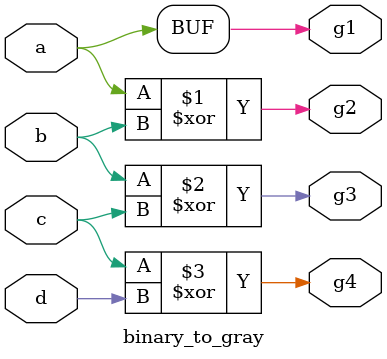
<source format=v>
`timescale 1ns / 1ps
module binary_to_gray(a,b,c,d,g1,g2,g3,g4);
input a,b,c,d;
output g1,g2,g3,g4;
assign g1 = a;
assign g2 = a^b;
assign g3 = b^c;
assign g4 = c^d;
endmodule

</source>
